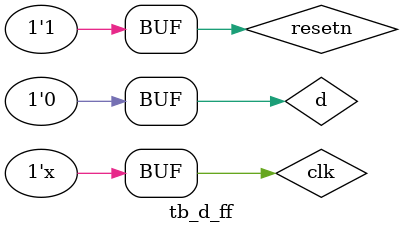
<source format=sv>
module tb_d_ff (); 
  reg clk; 
  reg resetn; 
  reg d; 
  wire q; 
// Instantiate the design 
  
  d_ff d_ff0 ( .clk (clk), .rstn (rstn), .data (data), .q (q)); 
// Create a clock 
  
  always #10 clk <= clk; 
initial 
  begin 
  $dumpfile("dump.vcd");
  $dumpvars(1);
    resetn <= 0; 
    d <= 0; 
  end
  always
    begin
    #10 resetn <= 1; 
    #5 d <= 1; 
    #8 d <= 0; 
    #2 d <= 1; 
    #10 d <= 0; 
    end 
endmodule 

</source>
